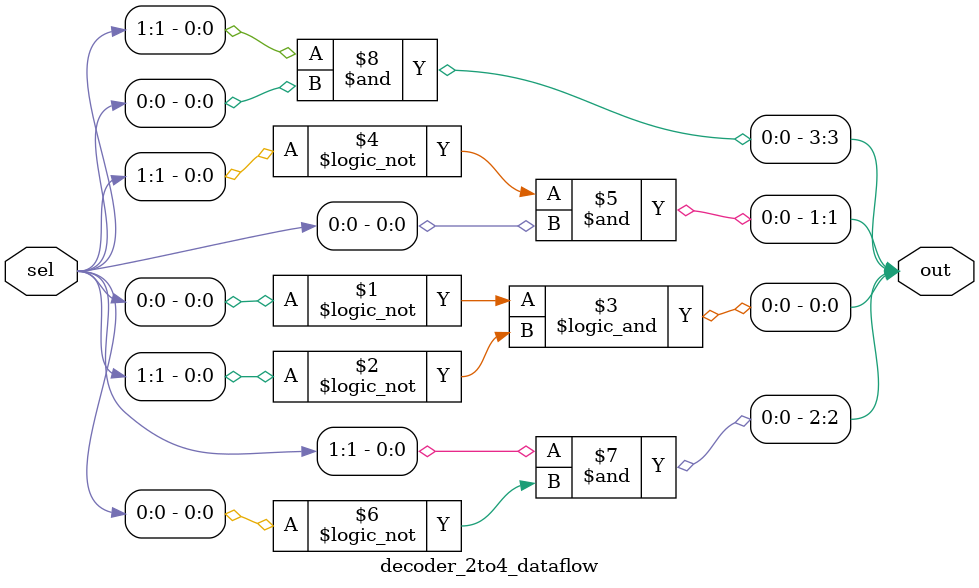
<source format=sv>
module decoder_2to4_dataflow(
 input  logic[1:0] sel,
 output logic[3:0] out
);
 assign out[0] = (!sel[0]) && (!sel[1]);
 // Student to add remainder of the assign statements
  assign out[1] = (!sel[1]) & sel[0];
  assign out[2] =  sel[1] & (!sel[0]);
  assign out[3] =  sel[1] &  sel[0];
endmodule
</source>
